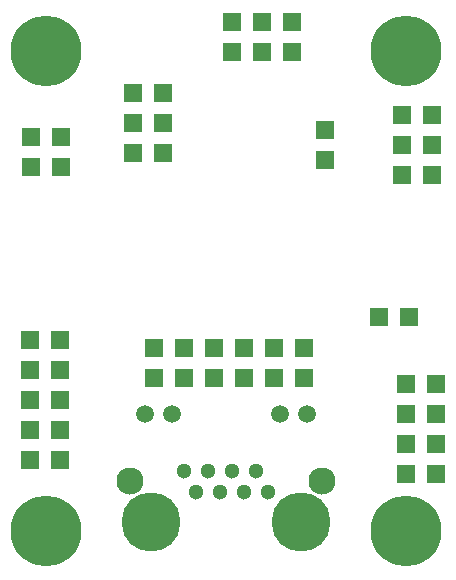
<source format=gbr>
G04 #@! TF.FileFunction,Soldermask,Top*
%FSLAX46Y46*%
G04 Gerber Fmt 4.6, Leading zero omitted, Abs format (unit mm)*
G04 Created by KiCad (PCBNEW 4.0.1-3.201512221401+6198~38~ubuntu15.10.1-stable) date Út 19. leden 2016, 20:09:19 CET*
%MOMM*%
G01*
G04 APERTURE LIST*
%ADD10C,0.300000*%
%ADD11C,5.000000*%
%ADD12C,2.300000*%
%ADD13C,1.300000*%
%ADD14C,1.500000*%
%ADD15R,1.524000X1.524000*%
%ADD16C,6.000000*%
G04 APERTURE END LIST*
D10*
D11*
X13970000Y5842000D03*
X26670000Y5842000D03*
D12*
X28450000Y9272000D03*
X12190000Y9272000D03*
D13*
X17780000Y8382000D03*
X19810000Y8382000D03*
X21840000Y8382000D03*
X23870000Y8382000D03*
X16760000Y10162000D03*
X18790000Y10162000D03*
X20820000Y10162000D03*
X22850000Y10162000D03*
D14*
X27180000Y14982000D03*
X24890000Y14982000D03*
X15750000Y14982000D03*
X13460000Y14982000D03*
D15*
X35560000Y17526000D03*
X38100000Y17526000D03*
X35560000Y14986000D03*
X38100000Y14986000D03*
X35560000Y12446000D03*
X38100000Y12446000D03*
X35560000Y9906000D03*
X38100000Y9906000D03*
X14224000Y18034000D03*
X14224000Y20574000D03*
X16764000Y18034000D03*
X16764000Y20574000D03*
X19304000Y18034000D03*
X19304000Y20574000D03*
X21844000Y18034000D03*
X21844000Y20574000D03*
X24384000Y18034000D03*
X24384000Y20574000D03*
X26924000Y18034000D03*
X26924000Y20574000D03*
X35179000Y40259000D03*
X37719000Y40259000D03*
X35179000Y37719000D03*
X37719000Y37719000D03*
X35179000Y35179000D03*
X37719000Y35179000D03*
X28702000Y38989000D03*
X28702000Y36449000D03*
X14986000Y37084000D03*
X14986000Y39624000D03*
X14986000Y42164000D03*
X20828000Y45593000D03*
X20828000Y48133000D03*
X23368000Y45593000D03*
X23368000Y48133000D03*
X25908000Y45593000D03*
X25908000Y48133000D03*
X3746500Y35877500D03*
X6286500Y35877500D03*
X6286500Y38417500D03*
X3746500Y38417500D03*
X6223000Y21209000D03*
X3683000Y21209000D03*
X6223000Y13589000D03*
X3683000Y13589000D03*
X6223000Y16129000D03*
X3683000Y16129000D03*
X6223000Y18669000D03*
X3683000Y18669000D03*
X6223000Y11049000D03*
X3683000Y11049000D03*
D16*
X5080000Y45720000D03*
X35560000Y5080000D03*
X5080000Y5080000D03*
X35560000Y45720000D03*
D15*
X12446000Y37084000D03*
X12446000Y39624000D03*
X12446000Y42164000D03*
X33210500Y23177500D03*
X35750500Y23177500D03*
M02*

</source>
